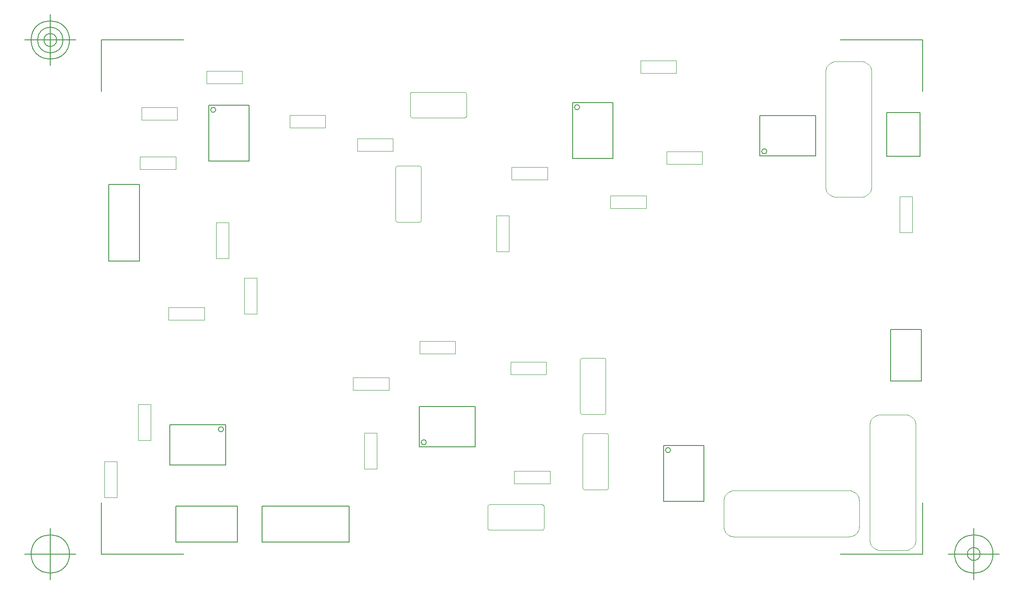
<source format=gbr>
G04 Generated by Ultiboard 11.0 *
%FSLAX25Y25*%
%MOIN*%

%ADD10C,0.00004*%
%ADD11C,0.00800*%
%ADD12C,0.00394*%
%ADD13C,0.00500*%


G04 ColorRGB 0000FF for the following layer *
%LN3D-Info Top*%
%LPD*%
%FSLAX25Y25*%
%MOIN*%
G54D10*
X574015Y12242D02*
X575292Y12342D01*
X575292Y12342D02*
X576538Y12641D01*
X576538Y12641D02*
X577721Y13131D01*
X577721Y13131D02*
X578813Y13800D01*
X578813Y13800D02*
X579787Y14632D01*
X579787Y14632D02*
X580618Y15606D01*
X580618Y15606D02*
X581288Y16698D01*
X581288Y16698D02*
X581778Y17881D01*
X581778Y17881D02*
X582077Y19127D01*
X582077Y19127D02*
X582177Y20403D01*
X582177Y20403D02*
X582177Y39673D01*
X582177Y39673D02*
X582077Y40949D01*
X582077Y40949D02*
X581778Y42195D01*
X581778Y42195D02*
X581288Y43378D01*
X581288Y43378D02*
X580618Y44470D01*
X580618Y44470D02*
X579787Y45444D01*
X579787Y45444D02*
X578813Y46276D01*
X578813Y46276D02*
X577721Y46945D01*
X577721Y46945D02*
X576538Y47435D01*
X576538Y47435D02*
X575292Y47734D01*
X575292Y47734D02*
X574015Y47834D01*
X574015Y47834D02*
X485998Y47834D01*
X485998Y47834D02*
X484721Y47734D01*
X484721Y47734D02*
X483476Y47435D01*
X483476Y47435D02*
X482293Y46945D01*
X482293Y46945D02*
X481201Y46276D01*
X481201Y46276D02*
X480227Y45444D01*
X480227Y45444D02*
X479395Y44470D01*
X479395Y44470D02*
X478726Y43378D01*
X478726Y43378D02*
X478236Y42195D01*
X478236Y42195D02*
X477937Y40949D01*
X477937Y40949D02*
X477836Y39673D01*
X477836Y39673D02*
X477836Y20403D01*
X477836Y20403D02*
X477937Y19127D01*
X477937Y19127D02*
X478236Y17881D01*
X478236Y17881D02*
X478726Y16698D01*
X478726Y16698D02*
X479395Y15606D01*
X479395Y15606D02*
X480227Y14632D01*
X480227Y14632D02*
X481201Y13800D01*
X481201Y13800D02*
X482293Y13131D01*
X482293Y13131D02*
X483476Y12641D01*
X483476Y12641D02*
X484721Y12342D01*
X484721Y12342D02*
X485998Y12242D01*
X485998Y12242D02*
X574015Y12242D01*
X617597Y1836D02*
X618873Y1937D01*
X618873Y1937D02*
X620119Y2236D01*
X620119Y2236D02*
X621302Y2726D01*
X621302Y2726D02*
X622394Y3395D01*
X622394Y3395D02*
X623368Y4227D01*
X623368Y4227D02*
X624200Y5201D01*
X624200Y5201D02*
X624869Y6293D01*
X624869Y6293D02*
X625359Y7476D01*
X625359Y7476D02*
X625658Y8721D01*
X625658Y8721D02*
X625758Y9998D01*
X625758Y9998D02*
X625758Y98015D01*
X625758Y98015D02*
X625658Y99292D01*
X625658Y99292D02*
X625359Y100538D01*
X625359Y100538D02*
X624869Y101721D01*
X624869Y101721D02*
X624200Y102813D01*
X624200Y102813D02*
X623368Y103787D01*
X623368Y103787D02*
X622394Y104618D01*
X622394Y104618D02*
X621302Y105288D01*
X621302Y105288D02*
X620119Y105778D01*
X620119Y105778D02*
X618873Y106077D01*
X618873Y106077D02*
X617597Y106177D01*
X617597Y106177D02*
X598327Y106177D01*
X598327Y106177D02*
X597051Y106077D01*
X597051Y106077D02*
X595805Y105778D01*
X595805Y105778D02*
X594622Y105288D01*
X594622Y105288D02*
X593530Y104618D01*
X593530Y104618D02*
X592556Y103787D01*
X592556Y103787D02*
X591724Y102813D01*
X591724Y102813D02*
X591055Y101721D01*
X591055Y101721D02*
X590565Y100538D01*
X590565Y100538D02*
X590266Y99292D01*
X590266Y99292D02*
X590166Y98015D01*
X590166Y98015D02*
X590166Y9998D01*
X590166Y9998D02*
X590266Y8721D01*
X590266Y8721D02*
X590565Y7476D01*
X590565Y7476D02*
X591055Y6293D01*
X591055Y6293D02*
X591724Y5201D01*
X591724Y5201D02*
X592556Y4227D01*
X592556Y4227D02*
X593530Y3395D01*
X593530Y3395D02*
X594622Y2726D01*
X594622Y2726D02*
X595805Y2236D01*
X595805Y2236D02*
X597051Y1937D01*
X597051Y1937D02*
X598327Y1836D01*
X598327Y1836D02*
X617597Y1836D01*
X583597Y273836D02*
X584873Y273937D01*
X584873Y273937D02*
X586119Y274236D01*
X586119Y274236D02*
X587302Y274726D01*
X587302Y274726D02*
X588394Y275395D01*
X588394Y275395D02*
X589368Y276227D01*
X589368Y276227D02*
X590200Y277201D01*
X590200Y277201D02*
X590869Y278293D01*
X590869Y278293D02*
X591359Y279476D01*
X591359Y279476D02*
X591658Y280721D01*
X591658Y280721D02*
X591758Y281998D01*
X591758Y281998D02*
X591758Y370015D01*
X591758Y370015D02*
X591658Y371292D01*
X591658Y371292D02*
X591359Y372538D01*
X591359Y372538D02*
X590869Y373721D01*
X590869Y373721D02*
X590200Y374813D01*
X590200Y374813D02*
X589368Y375787D01*
X589368Y375787D02*
X588394Y376618D01*
X588394Y376618D02*
X587302Y377288D01*
X587302Y377288D02*
X586119Y377778D01*
X586119Y377778D02*
X584873Y378077D01*
X584873Y378077D02*
X583597Y378177D01*
X583597Y378177D02*
X564327Y378177D01*
X564327Y378177D02*
X563051Y378077D01*
X563051Y378077D02*
X561805Y377778D01*
X561805Y377778D02*
X560622Y377288D01*
X560622Y377288D02*
X559530Y376618D01*
X559530Y376618D02*
X558556Y375787D01*
X558556Y375787D02*
X557724Y374813D01*
X557724Y374813D02*
X557055Y373721D01*
X557055Y373721D02*
X556565Y372538D01*
X556565Y372538D02*
X556266Y371292D01*
X556266Y371292D02*
X556166Y370015D01*
X556166Y370015D02*
X556166Y281998D01*
X556166Y281998D02*
X556266Y280721D01*
X556266Y280721D02*
X556565Y279476D01*
X556565Y279476D02*
X557055Y278293D01*
X557055Y278293D02*
X557724Y277201D01*
X557724Y277201D02*
X558556Y276227D01*
X558556Y276227D02*
X559530Y275395D01*
X559530Y275395D02*
X560622Y274726D01*
X560622Y274726D02*
X561805Y274236D01*
X561805Y274236D02*
X563051Y273937D01*
X563051Y273937D02*
X564327Y273836D01*
X564327Y273836D02*
X583597Y273836D01*
G54D11*
X243504Y81500D02*
X286496Y81500D01*
X286496Y112500D02*
X243504Y112500D01*
X243504Y112500D02*
X243504Y81500D01*
X245063Y85000D02*
G75*
D01*
G02X245063Y85000I1969J0*
G01*
X286496Y81500D02*
X286496Y112500D01*
X4520Y283669D02*
X4520Y224614D01*
X28142Y224614D02*
X28142Y283669D01*
X4520Y224614D02*
X28142Y224614D01*
X28142Y283669D02*
X4520Y283669D01*
X189465Y35780D02*
X122535Y35780D01*
X122535Y8220D02*
X189465Y8220D01*
X122535Y35780D02*
X122535Y8220D01*
X189465Y8220D02*
X189465Y35780D01*
X103622Y35780D02*
X56378Y35780D01*
X56378Y8220D02*
X103622Y8220D01*
X56378Y35780D02*
X56378Y8220D01*
X103622Y8220D02*
X103622Y35780D01*
X51504Y67500D02*
X94496Y67500D01*
X94496Y98500D02*
X51504Y98500D01*
X51504Y98500D02*
X51504Y67500D01*
X94496Y67500D02*
X94496Y98500D01*
X89000Y95000D02*
G75*
D01*
G02X89000Y95000I1969J0*
G01*
X81500Y344496D02*
X81500Y301504D01*
X112500Y301504D02*
X112500Y344496D01*
X81500Y301504D02*
X112500Y301504D01*
X112500Y344496D02*
X81500Y344496D01*
X83031Y340969D02*
G75*
D01*
G02X83031Y340969I1969J0*
G01*
X431500Y39504D02*
X462500Y39504D01*
X462500Y82496D02*
X431500Y82496D01*
X431500Y82496D02*
X431500Y39504D01*
X433031Y78969D02*
G75*
D01*
G02X433031Y78969I1969J0*
G01*
X462500Y39504D02*
X462500Y82496D01*
X361500Y303504D02*
X392500Y303504D01*
X392500Y346496D02*
X361500Y346496D01*
X361500Y346496D02*
X361500Y303504D01*
X363031Y342969D02*
G75*
D01*
G02X363031Y342969I1969J0*
G01*
X392500Y303504D02*
X392500Y346496D01*
X606189Y132315D02*
X629811Y132315D01*
X629811Y171685D02*
X606189Y171685D01*
X629811Y132315D02*
X629811Y171685D01*
X606189Y171685D02*
X606189Y132315D01*
X505504Y336500D02*
X505504Y305500D01*
X548496Y305500D02*
X548496Y336500D01*
X505504Y305500D02*
X548496Y305500D01*
X507063Y309000D02*
G75*
D01*
G02X507063Y309000I1969J0*
G01*
X548496Y336500D02*
X505504Y336500D01*
X603126Y338969D02*
X603126Y305031D01*
X628874Y305031D02*
X628874Y338969D01*
X603126Y305031D02*
X628874Y305031D01*
X628874Y338969D02*
X603126Y338969D01*
G54D12*
X278252Y334945D02*
X278498Y334964D01*
X278498Y334964D02*
X278739Y335022D01*
X278739Y335022D02*
X278967Y335117D01*
X278967Y335117D02*
X279178Y335246D01*
X279178Y335246D02*
X279365Y335406D01*
X279365Y335406D02*
X279526Y335594D01*
X279526Y335594D02*
X279655Y335805D01*
X279655Y335805D02*
X279750Y336033D01*
X279750Y336033D02*
X279807Y336273D01*
X279807Y336273D02*
X279827Y336520D01*
X279827Y336520D02*
X279827Y353055D01*
X279827Y353055D02*
X279807Y353301D01*
X279807Y353301D02*
X279750Y353542D01*
X279750Y353542D02*
X279655Y353770D01*
X279655Y353770D02*
X279526Y353981D01*
X279526Y353981D02*
X279365Y354169D01*
X279365Y354169D02*
X279178Y354329D01*
X279178Y354329D02*
X278967Y354458D01*
X278967Y354458D02*
X278739Y354553D01*
X278739Y354553D02*
X278498Y354611D01*
X278498Y354611D02*
X278252Y354630D01*
X278252Y354630D02*
X238094Y354630D01*
X238094Y354630D02*
X237848Y354611D01*
X237848Y354611D02*
X237608Y354553D01*
X237608Y354553D02*
X237380Y354458D01*
X237380Y354458D02*
X237169Y354329D01*
X237169Y354329D02*
X236981Y354169D01*
X236981Y354169D02*
X236820Y353981D01*
X236820Y353981D02*
X236691Y353770D01*
X236691Y353770D02*
X236597Y353542D01*
X236597Y353542D02*
X236539Y353301D01*
X236539Y353301D02*
X236520Y353055D01*
X236520Y353055D02*
X236520Y336520D01*
X236520Y336520D02*
X236539Y336273D01*
X236539Y336273D02*
X236597Y336033D01*
X236597Y336033D02*
X236691Y335805D01*
X236691Y335805D02*
X236820Y335594D01*
X236820Y335594D02*
X236981Y335406D01*
X236981Y335406D02*
X237169Y335246D01*
X237169Y335246D02*
X237380Y335117D01*
X237380Y335117D02*
X237608Y335022D01*
X237608Y335022D02*
X237848Y334964D01*
X237848Y334964D02*
X238094Y334945D01*
X238094Y334945D02*
X278252Y334945D01*
X243480Y254520D02*
X243727Y254539D01*
X243727Y254539D02*
X243967Y254597D01*
X243967Y254597D02*
X244195Y254691D01*
X244195Y254691D02*
X244406Y254820D01*
X244406Y254820D02*
X244594Y254981D01*
X244594Y254981D02*
X244754Y255169D01*
X244754Y255169D02*
X244883Y255380D01*
X244883Y255380D02*
X244978Y255608D01*
X244978Y255608D02*
X245036Y255848D01*
X245036Y255848D02*
X245055Y256094D01*
X245055Y256094D02*
X245055Y296252D01*
X245055Y296252D02*
X245036Y296498D01*
X245036Y296498D02*
X244978Y296739D01*
X244978Y296739D02*
X244883Y296967D01*
X244883Y296967D02*
X244754Y297178D01*
X244754Y297178D02*
X244594Y297365D01*
X244594Y297365D02*
X244406Y297526D01*
X244406Y297526D02*
X244195Y297655D01*
X244195Y297655D02*
X243967Y297750D01*
X243967Y297750D02*
X243727Y297807D01*
X243727Y297807D02*
X243480Y297827D01*
X243480Y297827D02*
X226945Y297827D01*
X226945Y297827D02*
X226699Y297807D01*
X226699Y297807D02*
X226458Y297750D01*
X226458Y297750D02*
X226230Y297655D01*
X226230Y297655D02*
X226019Y297526D01*
X226019Y297526D02*
X225831Y297365D01*
X225831Y297365D02*
X225671Y297178D01*
X225671Y297178D02*
X225542Y296967D01*
X225542Y296967D02*
X225447Y296739D01*
X225447Y296739D02*
X225389Y296498D01*
X225389Y296498D02*
X225370Y296252D01*
X225370Y296252D02*
X225370Y256094D01*
X225370Y256094D02*
X225389Y255848D01*
X225389Y255848D02*
X225447Y255608D01*
X225447Y255608D02*
X225542Y255380D01*
X225542Y255380D02*
X225671Y255169D01*
X225671Y255169D02*
X225831Y254981D01*
X225831Y254981D02*
X226019Y254820D01*
X226019Y254820D02*
X226230Y254691D01*
X226230Y254691D02*
X226458Y254597D01*
X226458Y254597D02*
X226699Y254539D01*
X226699Y254539D02*
X226945Y254520D01*
X226945Y254520D02*
X243480Y254520D01*
X243811Y162921D02*
X243811Y153276D01*
X243811Y153276D02*
X271370Y153276D01*
X271370Y153276D02*
X271370Y162921D01*
X271370Y162921D02*
X243811Y162921D01*
X96921Y254189D02*
X87276Y254189D01*
X87276Y254189D02*
X87276Y226630D01*
X87276Y226630D02*
X96921Y226630D01*
X96921Y226630D02*
X96921Y254189D01*
X109079Y183811D02*
X118724Y183811D01*
X118724Y183811D02*
X118724Y211370D01*
X118724Y211370D02*
X109079Y211370D01*
X109079Y211370D02*
X109079Y183811D01*
X36921Y114189D02*
X27276Y114189D01*
X27276Y114189D02*
X27276Y86630D01*
X27276Y86630D02*
X36921Y86630D01*
X36921Y86630D02*
X36921Y114189D01*
X10921Y70189D02*
X1276Y70189D01*
X1276Y70189D02*
X1276Y42630D01*
X1276Y42630D02*
X10921Y42630D01*
X10921Y42630D02*
X10921Y70189D01*
X78189Y179079D02*
X78189Y188724D01*
X78189Y188724D02*
X50630Y188724D01*
X50630Y188724D02*
X50630Y179079D01*
X50630Y179079D02*
X78189Y179079D01*
X220189Y125079D02*
X220189Y134724D01*
X220189Y134724D02*
X192630Y134724D01*
X192630Y134724D02*
X192630Y125079D01*
X192630Y125079D02*
X220189Y125079D01*
X210921Y92189D02*
X201276Y92189D01*
X201276Y92189D02*
X201276Y64630D01*
X201276Y64630D02*
X210921Y64630D01*
X210921Y64630D02*
X210921Y92189D01*
X79811Y370921D02*
X79811Y361276D01*
X79811Y361276D02*
X107370Y361276D01*
X107370Y361276D02*
X107370Y370921D01*
X107370Y370921D02*
X79811Y370921D01*
X29811Y342921D02*
X29811Y333276D01*
X29811Y333276D02*
X57370Y333276D01*
X57370Y333276D02*
X57370Y342921D01*
X57370Y342921D02*
X29811Y342921D01*
X56189Y295079D02*
X56189Y304724D01*
X56189Y304724D02*
X28630Y304724D01*
X28630Y304724D02*
X28630Y295079D01*
X28630Y295079D02*
X56189Y295079D01*
X195811Y318921D02*
X195811Y309276D01*
X195811Y309276D02*
X223370Y309276D01*
X223370Y309276D02*
X223370Y318921D01*
X223370Y318921D02*
X195811Y318921D01*
X143811Y336921D02*
X143811Y327276D01*
X143811Y327276D02*
X171370Y327276D01*
X171370Y327276D02*
X171370Y336921D01*
X171370Y336921D02*
X143811Y336921D01*
X303079Y231811D02*
X312724Y231811D01*
X312724Y231811D02*
X312724Y259370D01*
X312724Y259370D02*
X303079Y259370D01*
X303079Y259370D02*
X303079Y231811D01*
X385480Y106520D02*
X385727Y106539D01*
X385727Y106539D02*
X385967Y106597D01*
X385967Y106597D02*
X386195Y106691D01*
X386195Y106691D02*
X386406Y106820D01*
X386406Y106820D02*
X386594Y106981D01*
X386594Y106981D02*
X386754Y107169D01*
X386754Y107169D02*
X386883Y107380D01*
X386883Y107380D02*
X386978Y107608D01*
X386978Y107608D02*
X387036Y107848D01*
X387036Y107848D02*
X387055Y108094D01*
X387055Y108094D02*
X387055Y148252D01*
X387055Y148252D02*
X387036Y148498D01*
X387036Y148498D02*
X386978Y148739D01*
X386978Y148739D02*
X386883Y148967D01*
X386883Y148967D02*
X386754Y149178D01*
X386754Y149178D02*
X386594Y149365D01*
X386594Y149365D02*
X386406Y149526D01*
X386406Y149526D02*
X386195Y149655D01*
X386195Y149655D02*
X385967Y149750D01*
X385967Y149750D02*
X385727Y149807D01*
X385727Y149807D02*
X385480Y149827D01*
X385480Y149827D02*
X368945Y149827D01*
X368945Y149827D02*
X368699Y149807D01*
X368699Y149807D02*
X368458Y149750D01*
X368458Y149750D02*
X368230Y149655D01*
X368230Y149655D02*
X368019Y149526D01*
X368019Y149526D02*
X367831Y149365D01*
X367831Y149365D02*
X367671Y149178D01*
X367671Y149178D02*
X367542Y148967D01*
X367542Y148967D02*
X367447Y148739D01*
X367447Y148739D02*
X367390Y148498D01*
X367390Y148498D02*
X367370Y148252D01*
X367370Y148252D02*
X367370Y108094D01*
X367370Y108094D02*
X367390Y107848D01*
X367390Y107848D02*
X367447Y107608D01*
X367447Y107608D02*
X367542Y107380D01*
X367542Y107380D02*
X367671Y107169D01*
X367671Y107169D02*
X367831Y106981D01*
X367831Y106981D02*
X368019Y106820D01*
X368019Y106820D02*
X368230Y106691D01*
X368230Y106691D02*
X368458Y106597D01*
X368458Y106597D02*
X368699Y106539D01*
X368699Y106539D02*
X368945Y106520D01*
X368945Y106520D02*
X385480Y106520D01*
X387480Y48520D02*
X387727Y48539D01*
X387727Y48539D02*
X387967Y48597D01*
X387967Y48597D02*
X388195Y48691D01*
X388195Y48691D02*
X388406Y48820D01*
X388406Y48820D02*
X388594Y48981D01*
X388594Y48981D02*
X388754Y49169D01*
X388754Y49169D02*
X388883Y49380D01*
X388883Y49380D02*
X388978Y49608D01*
X388978Y49608D02*
X389036Y49848D01*
X389036Y49848D02*
X389055Y50094D01*
X389055Y50094D02*
X389055Y90252D01*
X389055Y90252D02*
X389036Y90498D01*
X389036Y90498D02*
X388978Y90739D01*
X388978Y90739D02*
X388883Y90967D01*
X388883Y90967D02*
X388754Y91178D01*
X388754Y91178D02*
X388594Y91365D01*
X388594Y91365D02*
X388406Y91526D01*
X388406Y91526D02*
X388195Y91655D01*
X388195Y91655D02*
X387967Y91750D01*
X387967Y91750D02*
X387727Y91807D01*
X387727Y91807D02*
X387480Y91827D01*
X387480Y91827D02*
X370945Y91827D01*
X370945Y91827D02*
X370699Y91807D01*
X370699Y91807D02*
X370458Y91750D01*
X370458Y91750D02*
X370230Y91655D01*
X370230Y91655D02*
X370019Y91526D01*
X370019Y91526D02*
X369831Y91365D01*
X369831Y91365D02*
X369671Y91178D01*
X369671Y91178D02*
X369542Y90967D01*
X369542Y90967D02*
X369447Y90739D01*
X369447Y90739D02*
X369390Y90498D01*
X369390Y90498D02*
X369370Y90252D01*
X369370Y90252D02*
X369370Y50094D01*
X369370Y50094D02*
X369390Y49848D01*
X369390Y49848D02*
X369447Y49608D01*
X369447Y49608D02*
X369542Y49380D01*
X369542Y49380D02*
X369671Y49169D01*
X369671Y49169D02*
X369831Y48981D01*
X369831Y48981D02*
X370019Y48820D01*
X370019Y48820D02*
X370230Y48691D01*
X370230Y48691D02*
X370458Y48597D01*
X370458Y48597D02*
X370699Y48539D01*
X370699Y48539D02*
X370945Y48520D01*
X370945Y48520D02*
X387480Y48520D01*
X344189Y53079D02*
X344189Y62724D01*
X344189Y62724D02*
X316630Y62724D01*
X316630Y62724D02*
X316630Y53079D01*
X316630Y53079D02*
X344189Y53079D01*
X337906Y17370D02*
X338152Y17389D01*
X338152Y17389D02*
X338392Y17447D01*
X338392Y17447D02*
X338620Y17542D01*
X338620Y17542D02*
X338831Y17671D01*
X338831Y17671D02*
X339019Y17831D01*
X339019Y17831D02*
X339180Y18019D01*
X339180Y18019D02*
X339309Y18230D01*
X339309Y18230D02*
X339403Y18458D01*
X339403Y18458D02*
X339461Y18699D01*
X339461Y18699D02*
X339480Y18945D01*
X339480Y18945D02*
X339480Y35480D01*
X339480Y35480D02*
X339461Y35727D01*
X339461Y35727D02*
X339403Y35967D01*
X339403Y35967D02*
X339309Y36195D01*
X339309Y36195D02*
X339180Y36406D01*
X339180Y36406D02*
X339019Y36594D01*
X339019Y36594D02*
X338831Y36754D01*
X338831Y36754D02*
X338620Y36883D01*
X338620Y36883D02*
X338392Y36978D01*
X338392Y36978D02*
X338152Y37036D01*
X338152Y37036D02*
X337906Y37055D01*
X337906Y37055D02*
X297748Y37055D01*
X297748Y37055D02*
X297502Y37036D01*
X297502Y37036D02*
X297261Y36978D01*
X297261Y36978D02*
X297033Y36883D01*
X297033Y36883D02*
X296822Y36754D01*
X296822Y36754D02*
X296635Y36594D01*
X296635Y36594D02*
X296474Y36406D01*
X296474Y36406D02*
X296345Y36195D01*
X296345Y36195D02*
X296250Y35967D01*
X296250Y35967D02*
X296193Y35727D01*
X296193Y35727D02*
X296173Y35480D01*
X296173Y35480D02*
X296173Y18945D01*
X296173Y18945D02*
X296193Y18699D01*
X296193Y18699D02*
X296250Y18458D01*
X296250Y18458D02*
X296345Y18230D01*
X296345Y18230D02*
X296474Y18019D01*
X296474Y18019D02*
X296635Y17831D01*
X296635Y17831D02*
X296822Y17671D01*
X296822Y17671D02*
X297033Y17542D01*
X297033Y17542D02*
X297261Y17447D01*
X297261Y17447D02*
X297502Y17390D01*
X297502Y17390D02*
X297748Y17370D01*
X297748Y17370D02*
X337906Y17370D01*
X313811Y146921D02*
X313811Y137276D01*
X313811Y137276D02*
X341370Y137276D01*
X341370Y137276D02*
X341370Y146921D01*
X341370Y146921D02*
X313811Y146921D01*
X418189Y265079D02*
X418189Y274724D01*
X418189Y274724D02*
X390630Y274724D01*
X390630Y274724D02*
X390630Y265079D01*
X390630Y265079D02*
X418189Y265079D01*
X342189Y287079D02*
X342189Y296724D01*
X342189Y296724D02*
X314630Y296724D01*
X314630Y296724D02*
X314630Y287079D01*
X314630Y287079D02*
X342189Y287079D01*
X413811Y378921D02*
X413811Y369276D01*
X413811Y369276D02*
X441370Y369276D01*
X441370Y369276D02*
X441370Y378921D01*
X441370Y378921D02*
X413811Y378921D01*
X433811Y308921D02*
X433811Y299276D01*
X433811Y299276D02*
X461370Y299276D01*
X461370Y299276D02*
X461370Y308921D01*
X461370Y308921D02*
X433811Y308921D01*
X622921Y274189D02*
X613276Y274189D01*
X613276Y274189D02*
X613276Y246630D01*
X613276Y246630D02*
X622921Y246630D01*
X622921Y246630D02*
X622921Y274189D01*
G54D13*
X-1000Y-1000D02*
X-1000Y38570D01*
X-1000Y-1000D02*
X62192Y-1000D01*
X630921Y-1000D02*
X567729Y-1000D01*
X630921Y-1000D02*
X630921Y38570D01*
X630921Y394701D02*
X630921Y355131D01*
X630921Y394701D02*
X567729Y394701D01*
X-1000Y394701D02*
X62192Y394701D01*
X-1000Y394701D02*
X-1000Y355131D01*
X-20685Y-1000D02*
X-60055Y-1000D01*
X-40370Y-20685D02*
X-40370Y18685D01*
X-55134Y-1000D02*
G75*
D01*
G02X-55134Y-1000I14764J0*
G01*
X650606Y-1000D02*
X689976Y-1000D01*
X670291Y-20685D02*
X670291Y18685D01*
X655528Y-1000D02*
G75*
D01*
G02X655528Y-1000I14764J0*
G01*
X665370Y-1000D02*
G75*
D01*
G02X665370Y-1000I4921J0*
G01*
X-20685Y394701D02*
X-60055Y394701D01*
X-40370Y375016D02*
X-40370Y414386D01*
X-55134Y394701D02*
G75*
D01*
G02X-55134Y394701I14764J0*
G01*
X-50213Y394701D02*
G75*
D01*
G02X-50213Y394701I9843J0*
G01*
X-45291Y394701D02*
G75*
D01*
G02X-45291Y394701I4921J0*
G01*

M00*

</source>
